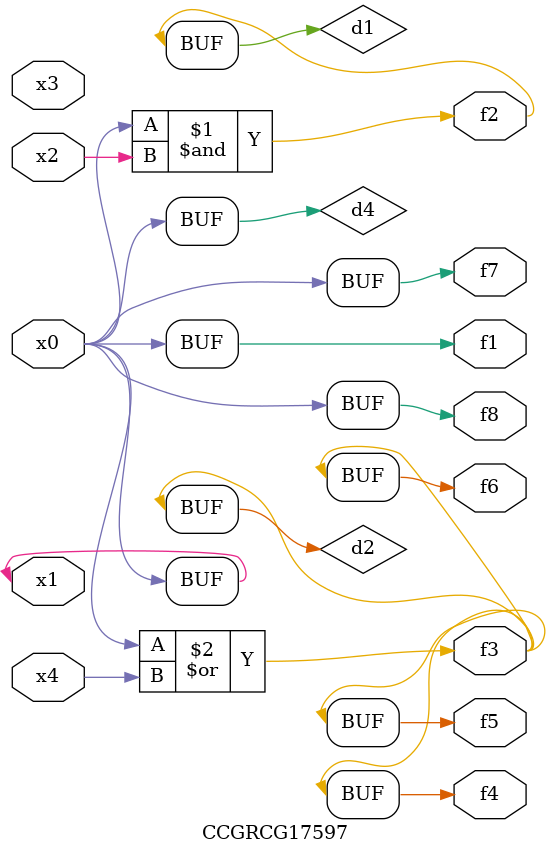
<source format=v>
module CCGRCG17597(
	input x0, x1, x2, x3, x4,
	output f1, f2, f3, f4, f5, f6, f7, f8
);

	wire d1, d2, d3, d4;

	and (d1, x0, x2);
	or (d2, x0, x4);
	nand (d3, x0, x2);
	buf (d4, x0, x1);
	assign f1 = d4;
	assign f2 = d1;
	assign f3 = d2;
	assign f4 = d2;
	assign f5 = d2;
	assign f6 = d2;
	assign f7 = d4;
	assign f8 = d4;
endmodule

</source>
